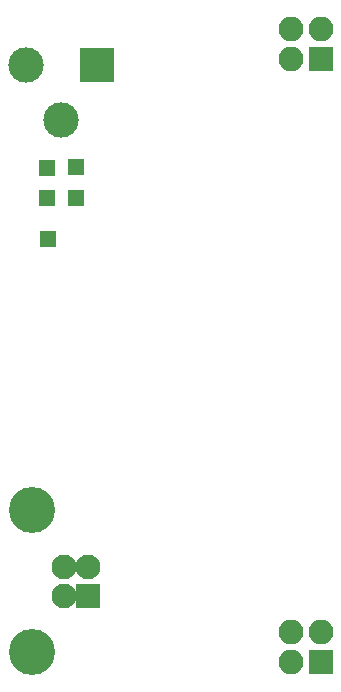
<source format=gbs>
G04 #@! TF.GenerationSoftware,KiCad,Pcbnew,(5.1.4)-1*
G04 #@! TF.CreationDate,2021-06-12T17:19:05+05:30*
G04 #@! TF.ProjectId,Breadboard_Power_Supply,42726561-6462-46f6-9172-645f506f7765,1*
G04 #@! TF.SameCoordinates,Original*
G04 #@! TF.FileFunction,Soldermask,Bot*
G04 #@! TF.FilePolarity,Negative*
%FSLAX46Y46*%
G04 Gerber Fmt 4.6, Leading zero omitted, Abs format (unit mm)*
G04 Created by KiCad (PCBNEW (5.1.4)-1) date 2021-06-12 17:19:05*
%MOMM*%
%LPD*%
G04 APERTURE LIST*
%ADD10R,1.400000X1.400000*%
%ADD11O,2.100000X2.100000*%
%ADD12R,2.100000X2.100000*%
%ADD13C,2.100000*%
%ADD14C,3.900000*%
%ADD15C,3.000000*%
%ADD16R,3.000000X3.000000*%
G04 APERTURE END LIST*
D10*
X136400000Y-80500000D03*
D11*
X156960000Y-113760000D03*
X159500000Y-113760000D03*
X156960000Y-116300000D03*
D12*
X159500000Y-116300000D03*
D11*
X156960000Y-62710000D03*
X159500000Y-62710000D03*
X156960000Y-65250000D03*
D12*
X159500000Y-65250000D03*
X139750000Y-110750000D03*
D13*
X139750000Y-108250000D03*
X137750000Y-108250000D03*
X137750000Y-110750000D03*
D14*
X135040000Y-115520000D03*
X135040000Y-103480000D03*
D15*
X137500000Y-70450000D03*
X134500000Y-65750000D03*
D16*
X140500000Y-65750000D03*
D10*
X138725000Y-74425000D03*
X138750000Y-77025000D03*
X136325000Y-74475000D03*
X136325000Y-77050000D03*
M02*

</source>
